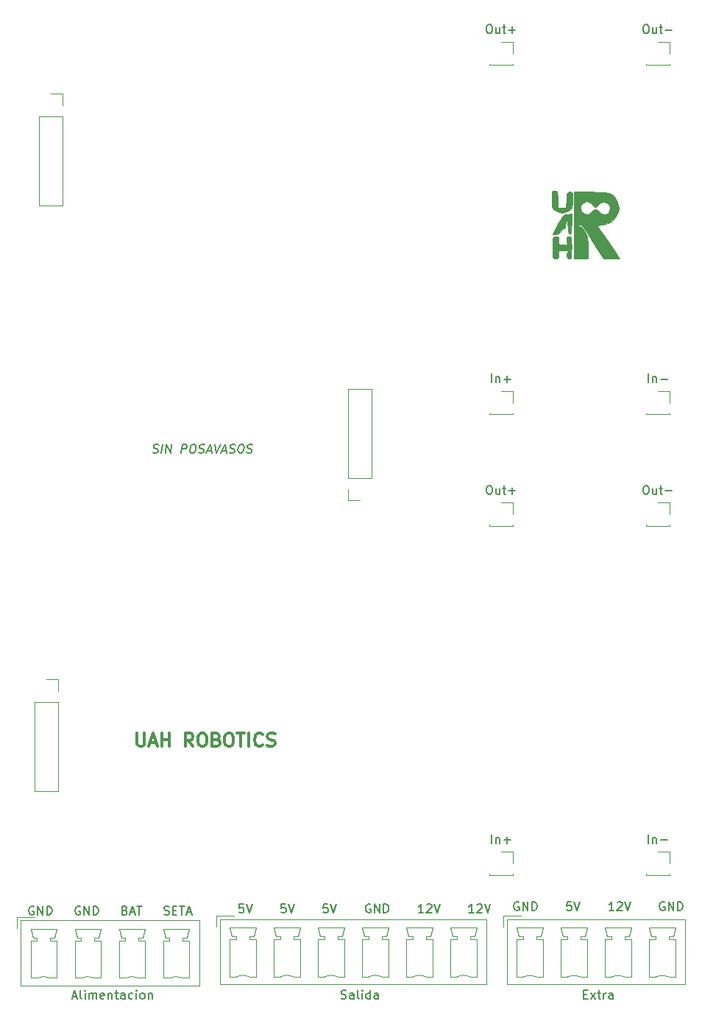
<source format=gbr>
%TF.GenerationSoftware,KiCad,Pcbnew,(5.1.7)-1*%
%TF.CreationDate,2021-01-07T21:57:37+01:00*%
%TF.ProjectId,potencia,706f7465-6e63-4696-912e-6b696361645f,rev?*%
%TF.SameCoordinates,Original*%
%TF.FileFunction,Legend,Top*%
%TF.FilePolarity,Positive*%
%FSLAX46Y46*%
G04 Gerber Fmt 4.6, Leading zero omitted, Abs format (unit mm)*
G04 Created by KiCad (PCBNEW (5.1.7)-1) date 2021-01-07 21:57:37*
%MOMM*%
%LPD*%
G01*
G04 APERTURE LIST*
%ADD10C,0.150000*%
%ADD11C,0.300000*%
%ADD12C,0.120000*%
%ADD13C,0.010000*%
G04 APERTURE END LIST*
D10*
X130613491Y-96670761D02*
X130750395Y-96718380D01*
X130988491Y-96718380D01*
X131089681Y-96670761D01*
X131143252Y-96623142D01*
X131202776Y-96527904D01*
X131214681Y-96432666D01*
X131178967Y-96337428D01*
X131137300Y-96289809D01*
X131048014Y-96242190D01*
X130863491Y-96194571D01*
X130774205Y-96146952D01*
X130732538Y-96099333D01*
X130696824Y-96004095D01*
X130708729Y-95908857D01*
X130768252Y-95813619D01*
X130821824Y-95766000D01*
X130923014Y-95718380D01*
X131161110Y-95718380D01*
X131298014Y-95766000D01*
X131607538Y-96718380D02*
X131732538Y-95718380D01*
X132083729Y-96718380D02*
X132208729Y-95718380D01*
X132655157Y-96718380D01*
X132780157Y-95718380D01*
X133893252Y-96718380D02*
X134018252Y-95718380D01*
X134399205Y-95718380D01*
X134488491Y-95766000D01*
X134530157Y-95813619D01*
X134565872Y-95908857D01*
X134548014Y-96051714D01*
X134488491Y-96146952D01*
X134434919Y-96194571D01*
X134333729Y-96242190D01*
X133952776Y-96242190D01*
X135208729Y-95718380D02*
X135399205Y-95718380D01*
X135488491Y-95766000D01*
X135571824Y-95861238D01*
X135595633Y-96051714D01*
X135553967Y-96385047D01*
X135482538Y-96575523D01*
X135375395Y-96670761D01*
X135274205Y-96718380D01*
X135083729Y-96718380D01*
X134994443Y-96670761D01*
X134911110Y-96575523D01*
X134887300Y-96385047D01*
X134928967Y-96051714D01*
X135000395Y-95861238D01*
X135107538Y-95766000D01*
X135208729Y-95718380D01*
X135899205Y-96670761D02*
X136036110Y-96718380D01*
X136274205Y-96718380D01*
X136375395Y-96670761D01*
X136428967Y-96623142D01*
X136488491Y-96527904D01*
X136500395Y-96432666D01*
X136464681Y-96337428D01*
X136423014Y-96289809D01*
X136333729Y-96242190D01*
X136149205Y-96194571D01*
X136059919Y-96146952D01*
X136018252Y-96099333D01*
X135982538Y-96004095D01*
X135994443Y-95908857D01*
X136053967Y-95813619D01*
X136107538Y-95766000D01*
X136208729Y-95718380D01*
X136446824Y-95718380D01*
X136583729Y-95766000D01*
X136881348Y-96432666D02*
X137357538Y-96432666D01*
X136750395Y-96718380D02*
X137208729Y-95718380D01*
X137417062Y-96718380D01*
X137732538Y-95718380D02*
X137940872Y-96718380D01*
X138399205Y-95718380D01*
X138595633Y-96432666D02*
X139071824Y-96432666D01*
X138464681Y-96718380D02*
X138923014Y-95718380D01*
X139131348Y-96718380D01*
X139423014Y-96670761D02*
X139559919Y-96718380D01*
X139798014Y-96718380D01*
X139899205Y-96670761D01*
X139952776Y-96623142D01*
X140012300Y-96527904D01*
X140024205Y-96432666D01*
X139988491Y-96337428D01*
X139946824Y-96289809D01*
X139857538Y-96242190D01*
X139673014Y-96194571D01*
X139583729Y-96146952D01*
X139542062Y-96099333D01*
X139506348Y-96004095D01*
X139518252Y-95908857D01*
X139577776Y-95813619D01*
X139631348Y-95766000D01*
X139732538Y-95718380D01*
X139970633Y-95718380D01*
X140107538Y-95766000D01*
X140732538Y-95718380D02*
X140923014Y-95718380D01*
X141012300Y-95766000D01*
X141095633Y-95861238D01*
X141119443Y-96051714D01*
X141077776Y-96385047D01*
X141006348Y-96575523D01*
X140899205Y-96670761D01*
X140798014Y-96718380D01*
X140607538Y-96718380D01*
X140518252Y-96670761D01*
X140434919Y-96575523D01*
X140411110Y-96385047D01*
X140452776Y-96051714D01*
X140524205Y-95861238D01*
X140631348Y-95766000D01*
X140732538Y-95718380D01*
X141423014Y-96670761D02*
X141559919Y-96718380D01*
X141798014Y-96718380D01*
X141899205Y-96670761D01*
X141952776Y-96623142D01*
X142012300Y-96527904D01*
X142024205Y-96432666D01*
X141988491Y-96337428D01*
X141946824Y-96289809D01*
X141857538Y-96242190D01*
X141673014Y-96194571D01*
X141583729Y-96146952D01*
X141542062Y-96099333D01*
X141506348Y-96004095D01*
X141518252Y-95908857D01*
X141577776Y-95813619D01*
X141631348Y-95766000D01*
X141732538Y-95718380D01*
X141970633Y-95718380D01*
X142107538Y-95766000D01*
D11*
X128809942Y-128921771D02*
X128809942Y-130136057D01*
X128881371Y-130278914D01*
X128952800Y-130350342D01*
X129095657Y-130421771D01*
X129381371Y-130421771D01*
X129524228Y-130350342D01*
X129595657Y-130278914D01*
X129667085Y-130136057D01*
X129667085Y-128921771D01*
X130309942Y-129993200D02*
X131024228Y-129993200D01*
X130167085Y-130421771D02*
X130667085Y-128921771D01*
X131167085Y-130421771D01*
X131667085Y-130421771D02*
X131667085Y-128921771D01*
X131667085Y-129636057D02*
X132524228Y-129636057D01*
X132524228Y-130421771D02*
X132524228Y-128921771D01*
X135238514Y-130421771D02*
X134738514Y-129707485D01*
X134381371Y-130421771D02*
X134381371Y-128921771D01*
X134952800Y-128921771D01*
X135095657Y-128993200D01*
X135167085Y-129064628D01*
X135238514Y-129207485D01*
X135238514Y-129421771D01*
X135167085Y-129564628D01*
X135095657Y-129636057D01*
X134952800Y-129707485D01*
X134381371Y-129707485D01*
X136167085Y-128921771D02*
X136452800Y-128921771D01*
X136595657Y-128993200D01*
X136738514Y-129136057D01*
X136809942Y-129421771D01*
X136809942Y-129921771D01*
X136738514Y-130207485D01*
X136595657Y-130350342D01*
X136452800Y-130421771D01*
X136167085Y-130421771D01*
X136024228Y-130350342D01*
X135881371Y-130207485D01*
X135809942Y-129921771D01*
X135809942Y-129421771D01*
X135881371Y-129136057D01*
X136024228Y-128993200D01*
X136167085Y-128921771D01*
X137952800Y-129636057D02*
X138167085Y-129707485D01*
X138238514Y-129778914D01*
X138309942Y-129921771D01*
X138309942Y-130136057D01*
X138238514Y-130278914D01*
X138167085Y-130350342D01*
X138024228Y-130421771D01*
X137452800Y-130421771D01*
X137452800Y-128921771D01*
X137952800Y-128921771D01*
X138095657Y-128993200D01*
X138167085Y-129064628D01*
X138238514Y-129207485D01*
X138238514Y-129350342D01*
X138167085Y-129493200D01*
X138095657Y-129564628D01*
X137952800Y-129636057D01*
X137452800Y-129636057D01*
X139238514Y-128921771D02*
X139524228Y-128921771D01*
X139667085Y-128993200D01*
X139809942Y-129136057D01*
X139881371Y-129421771D01*
X139881371Y-129921771D01*
X139809942Y-130207485D01*
X139667085Y-130350342D01*
X139524228Y-130421771D01*
X139238514Y-130421771D01*
X139095657Y-130350342D01*
X138952800Y-130207485D01*
X138881371Y-129921771D01*
X138881371Y-129421771D01*
X138952800Y-129136057D01*
X139095657Y-128993200D01*
X139238514Y-128921771D01*
X140309942Y-128921771D02*
X141167085Y-128921771D01*
X140738514Y-130421771D02*
X140738514Y-128921771D01*
X141667085Y-130421771D02*
X141667085Y-128921771D01*
X143238514Y-130278914D02*
X143167085Y-130350342D01*
X142952800Y-130421771D01*
X142809942Y-130421771D01*
X142595657Y-130350342D01*
X142452800Y-130207485D01*
X142381371Y-130064628D01*
X142309942Y-129778914D01*
X142309942Y-129564628D01*
X142381371Y-129278914D01*
X142452800Y-129136057D01*
X142595657Y-128993200D01*
X142809942Y-128921771D01*
X142952800Y-128921771D01*
X143167085Y-128993200D01*
X143238514Y-129064628D01*
X143809942Y-130350342D02*
X144024228Y-130421771D01*
X144381371Y-130421771D01*
X144524228Y-130350342D01*
X144595657Y-130278914D01*
X144667085Y-130136057D01*
X144667085Y-129993200D01*
X144595657Y-129850342D01*
X144524228Y-129778914D01*
X144381371Y-129707485D01*
X144095657Y-129636057D01*
X143952800Y-129564628D01*
X143881371Y-129493200D01*
X143809942Y-129350342D01*
X143809942Y-129207485D01*
X143881371Y-129064628D01*
X143952800Y-128993200D01*
X144095657Y-128921771D01*
X144452800Y-128921771D01*
X144667085Y-128993200D01*
D10*
X180197333Y-158932571D02*
X180530666Y-158932571D01*
X180673523Y-159456380D02*
X180197333Y-159456380D01*
X180197333Y-158456380D01*
X180673523Y-158456380D01*
X181006857Y-159456380D02*
X181530666Y-158789714D01*
X181006857Y-158789714D02*
X181530666Y-159456380D01*
X181768761Y-158789714D02*
X182149714Y-158789714D01*
X181911619Y-158456380D02*
X181911619Y-159313523D01*
X181959238Y-159408761D01*
X182054476Y-159456380D01*
X182149714Y-159456380D01*
X182483047Y-159456380D02*
X182483047Y-158789714D01*
X182483047Y-158980190D02*
X182530666Y-158884952D01*
X182578285Y-158837333D01*
X182673523Y-158789714D01*
X182768761Y-158789714D01*
X183530666Y-159456380D02*
X183530666Y-158932571D01*
X183483047Y-158837333D01*
X183387809Y-158789714D01*
X183197333Y-158789714D01*
X183102095Y-158837333D01*
X183530666Y-159408761D02*
X183435428Y-159456380D01*
X183197333Y-159456380D01*
X183102095Y-159408761D01*
X183054476Y-159313523D01*
X183054476Y-159218285D01*
X183102095Y-159123047D01*
X183197333Y-159075428D01*
X183435428Y-159075428D01*
X183530666Y-159027809D01*
X152289142Y-159408761D02*
X152432000Y-159456380D01*
X152670095Y-159456380D01*
X152765333Y-159408761D01*
X152812952Y-159361142D01*
X152860571Y-159265904D01*
X152860571Y-159170666D01*
X152812952Y-159075428D01*
X152765333Y-159027809D01*
X152670095Y-158980190D01*
X152479619Y-158932571D01*
X152384380Y-158884952D01*
X152336761Y-158837333D01*
X152289142Y-158742095D01*
X152289142Y-158646857D01*
X152336761Y-158551619D01*
X152384380Y-158504000D01*
X152479619Y-158456380D01*
X152717714Y-158456380D01*
X152860571Y-158504000D01*
X153717714Y-159456380D02*
X153717714Y-158932571D01*
X153670095Y-158837333D01*
X153574857Y-158789714D01*
X153384380Y-158789714D01*
X153289142Y-158837333D01*
X153717714Y-159408761D02*
X153622476Y-159456380D01*
X153384380Y-159456380D01*
X153289142Y-159408761D01*
X153241523Y-159313523D01*
X153241523Y-159218285D01*
X153289142Y-159123047D01*
X153384380Y-159075428D01*
X153622476Y-159075428D01*
X153717714Y-159027809D01*
X154336761Y-159456380D02*
X154241523Y-159408761D01*
X154193904Y-159313523D01*
X154193904Y-158456380D01*
X154717714Y-159456380D02*
X154717714Y-158789714D01*
X154717714Y-158456380D02*
X154670095Y-158504000D01*
X154717714Y-158551619D01*
X154765333Y-158504000D01*
X154717714Y-158456380D01*
X154717714Y-158551619D01*
X155622476Y-159456380D02*
X155622476Y-158456380D01*
X155622476Y-159408761D02*
X155527238Y-159456380D01*
X155336761Y-159456380D01*
X155241523Y-159408761D01*
X155193904Y-159361142D01*
X155146285Y-159265904D01*
X155146285Y-158980190D01*
X155193904Y-158884952D01*
X155241523Y-158837333D01*
X155336761Y-158789714D01*
X155527238Y-158789714D01*
X155622476Y-158837333D01*
X156527238Y-159456380D02*
X156527238Y-158932571D01*
X156479619Y-158837333D01*
X156384380Y-158789714D01*
X156193904Y-158789714D01*
X156098666Y-158837333D01*
X156527238Y-159408761D02*
X156432000Y-159456380D01*
X156193904Y-159456380D01*
X156098666Y-159408761D01*
X156051047Y-159313523D01*
X156051047Y-159218285D01*
X156098666Y-159123047D01*
X156193904Y-159075428D01*
X156432000Y-159075428D01*
X156527238Y-159027809D01*
X121388761Y-159170666D02*
X121864952Y-159170666D01*
X121293523Y-159456380D02*
X121626857Y-158456380D01*
X121960190Y-159456380D01*
X122436380Y-159456380D02*
X122341142Y-159408761D01*
X122293523Y-159313523D01*
X122293523Y-158456380D01*
X122817333Y-159456380D02*
X122817333Y-158789714D01*
X122817333Y-158456380D02*
X122769714Y-158504000D01*
X122817333Y-158551619D01*
X122864952Y-158504000D01*
X122817333Y-158456380D01*
X122817333Y-158551619D01*
X123293523Y-159456380D02*
X123293523Y-158789714D01*
X123293523Y-158884952D02*
X123341142Y-158837333D01*
X123436380Y-158789714D01*
X123579238Y-158789714D01*
X123674476Y-158837333D01*
X123722095Y-158932571D01*
X123722095Y-159456380D01*
X123722095Y-158932571D02*
X123769714Y-158837333D01*
X123864952Y-158789714D01*
X124007809Y-158789714D01*
X124103047Y-158837333D01*
X124150666Y-158932571D01*
X124150666Y-159456380D01*
X125007809Y-159408761D02*
X124912571Y-159456380D01*
X124722095Y-159456380D01*
X124626857Y-159408761D01*
X124579238Y-159313523D01*
X124579238Y-158932571D01*
X124626857Y-158837333D01*
X124722095Y-158789714D01*
X124912571Y-158789714D01*
X125007809Y-158837333D01*
X125055428Y-158932571D01*
X125055428Y-159027809D01*
X124579238Y-159123047D01*
X125484000Y-158789714D02*
X125484000Y-159456380D01*
X125484000Y-158884952D02*
X125531619Y-158837333D01*
X125626857Y-158789714D01*
X125769714Y-158789714D01*
X125864952Y-158837333D01*
X125912571Y-158932571D01*
X125912571Y-159456380D01*
X126245904Y-158789714D02*
X126626857Y-158789714D01*
X126388761Y-158456380D02*
X126388761Y-159313523D01*
X126436380Y-159408761D01*
X126531619Y-159456380D01*
X126626857Y-159456380D01*
X127388761Y-159456380D02*
X127388761Y-158932571D01*
X127341142Y-158837333D01*
X127245904Y-158789714D01*
X127055428Y-158789714D01*
X126960190Y-158837333D01*
X127388761Y-159408761D02*
X127293523Y-159456380D01*
X127055428Y-159456380D01*
X126960190Y-159408761D01*
X126912571Y-159313523D01*
X126912571Y-159218285D01*
X126960190Y-159123047D01*
X127055428Y-159075428D01*
X127293523Y-159075428D01*
X127388761Y-159027809D01*
X128293523Y-159408761D02*
X128198285Y-159456380D01*
X128007809Y-159456380D01*
X127912571Y-159408761D01*
X127864952Y-159361142D01*
X127817333Y-159265904D01*
X127817333Y-158980190D01*
X127864952Y-158884952D01*
X127912571Y-158837333D01*
X128007809Y-158789714D01*
X128198285Y-158789714D01*
X128293523Y-158837333D01*
X128722095Y-159456380D02*
X128722095Y-158789714D01*
X128722095Y-158456380D02*
X128674476Y-158504000D01*
X128722095Y-158551619D01*
X128769714Y-158504000D01*
X128722095Y-158456380D01*
X128722095Y-158551619D01*
X129341142Y-159456380D02*
X129245904Y-159408761D01*
X129198285Y-159361142D01*
X129150666Y-159265904D01*
X129150666Y-158980190D01*
X129198285Y-158884952D01*
X129245904Y-158837333D01*
X129341142Y-158789714D01*
X129484000Y-158789714D01*
X129579238Y-158837333D01*
X129626857Y-158884952D01*
X129674476Y-158980190D01*
X129674476Y-159265904D01*
X129626857Y-159361142D01*
X129579238Y-159408761D01*
X129484000Y-159456380D01*
X129341142Y-159456380D01*
X130103047Y-158789714D02*
X130103047Y-159456380D01*
X130103047Y-158884952D02*
X130150666Y-158837333D01*
X130245904Y-158789714D01*
X130388761Y-158789714D01*
X130484000Y-158837333D01*
X130531619Y-158932571D01*
X130531619Y-159456380D01*
D12*
%TO.C,GND    5V    12V    GND*%
X170950000Y-149899500D02*
X172950000Y-149899500D01*
X170950000Y-151149500D02*
X170950000Y-149899500D01*
X190730000Y-156899500D02*
X189980000Y-156899500D01*
X190730000Y-152599500D02*
X190730000Y-156899500D01*
X189980000Y-152599500D02*
X190730000Y-152599500D01*
X189980000Y-152249500D02*
X189980000Y-152599500D01*
X190480000Y-152249500D02*
X189980000Y-152249500D01*
X190730000Y-151249500D02*
X190480000Y-152249500D01*
X187730000Y-151249500D02*
X190730000Y-151249500D01*
X187980000Y-152249500D02*
X187730000Y-151249500D01*
X188480000Y-152249500D02*
X187980000Y-152249500D01*
X188480000Y-152599500D02*
X188480000Y-152249500D01*
X187730000Y-152599500D02*
X188480000Y-152599500D01*
X187730000Y-156899500D02*
X187730000Y-152599500D01*
X188480000Y-156899500D02*
X187730000Y-156899500D01*
X185650000Y-156899500D02*
X184900000Y-156899500D01*
X185650000Y-152599500D02*
X185650000Y-156899500D01*
X184900000Y-152599500D02*
X185650000Y-152599500D01*
X184900000Y-152249500D02*
X184900000Y-152599500D01*
X185400000Y-152249500D02*
X184900000Y-152249500D01*
X185650000Y-151249500D02*
X185400000Y-152249500D01*
X182650000Y-151249500D02*
X185650000Y-151249500D01*
X182900000Y-152249500D02*
X182650000Y-151249500D01*
X183400000Y-152249500D02*
X182900000Y-152249500D01*
X183400000Y-152599500D02*
X183400000Y-152249500D01*
X182650000Y-152599500D02*
X183400000Y-152599500D01*
X182650000Y-156899500D02*
X182650000Y-152599500D01*
X183400000Y-156899500D02*
X182650000Y-156899500D01*
X180570000Y-156899500D02*
X179820000Y-156899500D01*
X180570000Y-152599500D02*
X180570000Y-156899500D01*
X179820000Y-152599500D02*
X180570000Y-152599500D01*
X179820000Y-152249500D02*
X179820000Y-152599500D01*
X180320000Y-152249500D02*
X179820000Y-152249500D01*
X180570000Y-151249500D02*
X180320000Y-152249500D01*
X177570000Y-151249500D02*
X180570000Y-151249500D01*
X177820000Y-152249500D02*
X177570000Y-151249500D01*
X178320000Y-152249500D02*
X177820000Y-152249500D01*
X178320000Y-152599500D02*
X178320000Y-152249500D01*
X177570000Y-152599500D02*
X178320000Y-152599500D01*
X177570000Y-156899500D02*
X177570000Y-152599500D01*
X178320000Y-156899500D02*
X177570000Y-156899500D01*
X175490000Y-156899500D02*
X174740000Y-156899500D01*
X175490000Y-152599500D02*
X175490000Y-156899500D01*
X174740000Y-152599500D02*
X175490000Y-152599500D01*
X174740000Y-152249500D02*
X174740000Y-152599500D01*
X175240000Y-152249500D02*
X174740000Y-152249500D01*
X175490000Y-151249500D02*
X175240000Y-152249500D01*
X172490000Y-151249500D02*
X175490000Y-151249500D01*
X172740000Y-152249500D02*
X172490000Y-151249500D01*
X173240000Y-152249500D02*
X172740000Y-152249500D01*
X173240000Y-152599500D02*
X173240000Y-152249500D01*
X172490000Y-152599500D02*
X173240000Y-152599500D01*
X172490000Y-156899500D02*
X172490000Y-152599500D01*
X173240000Y-156899500D02*
X172490000Y-156899500D01*
X191880000Y-150289500D02*
X171340000Y-150289500D01*
X191880000Y-157759500D02*
X191880000Y-150289500D01*
X171340000Y-157759500D02*
X191880000Y-157759500D01*
X171340000Y-150289500D02*
X171340000Y-157759500D01*
X189979647Y-156899345D02*
G75*
G03*
X188480000Y-156899500I-749647J-1700155D01*
G01*
X184899647Y-156899345D02*
G75*
G03*
X183400000Y-156899500I-749647J-1700155D01*
G01*
X179819647Y-156899345D02*
G75*
G03*
X178320000Y-156899500I-749647J-1700155D01*
G01*
X174739647Y-156899345D02*
G75*
G03*
X173240000Y-156899500I-749647J-1700155D01*
G01*
%TO.C,GND   GND   BAT   SETA*%
X115019200Y-150039200D02*
X117019200Y-150039200D01*
X115019200Y-151289200D02*
X115019200Y-150039200D01*
X134799200Y-157039200D02*
X134049200Y-157039200D01*
X134799200Y-152739200D02*
X134799200Y-157039200D01*
X134049200Y-152739200D02*
X134799200Y-152739200D01*
X134049200Y-152389200D02*
X134049200Y-152739200D01*
X134549200Y-152389200D02*
X134049200Y-152389200D01*
X134799200Y-151389200D02*
X134549200Y-152389200D01*
X131799200Y-151389200D02*
X134799200Y-151389200D01*
X132049200Y-152389200D02*
X131799200Y-151389200D01*
X132549200Y-152389200D02*
X132049200Y-152389200D01*
X132549200Y-152739200D02*
X132549200Y-152389200D01*
X131799200Y-152739200D02*
X132549200Y-152739200D01*
X131799200Y-157039200D02*
X131799200Y-152739200D01*
X132549200Y-157039200D02*
X131799200Y-157039200D01*
X129719200Y-157039200D02*
X128969200Y-157039200D01*
X129719200Y-152739200D02*
X129719200Y-157039200D01*
X128969200Y-152739200D02*
X129719200Y-152739200D01*
X128969200Y-152389200D02*
X128969200Y-152739200D01*
X129469200Y-152389200D02*
X128969200Y-152389200D01*
X129719200Y-151389200D02*
X129469200Y-152389200D01*
X126719200Y-151389200D02*
X129719200Y-151389200D01*
X126969200Y-152389200D02*
X126719200Y-151389200D01*
X127469200Y-152389200D02*
X126969200Y-152389200D01*
X127469200Y-152739200D02*
X127469200Y-152389200D01*
X126719200Y-152739200D02*
X127469200Y-152739200D01*
X126719200Y-157039200D02*
X126719200Y-152739200D01*
X127469200Y-157039200D02*
X126719200Y-157039200D01*
X124639200Y-157039200D02*
X123889200Y-157039200D01*
X124639200Y-152739200D02*
X124639200Y-157039200D01*
X123889200Y-152739200D02*
X124639200Y-152739200D01*
X123889200Y-152389200D02*
X123889200Y-152739200D01*
X124389200Y-152389200D02*
X123889200Y-152389200D01*
X124639200Y-151389200D02*
X124389200Y-152389200D01*
X121639200Y-151389200D02*
X124639200Y-151389200D01*
X121889200Y-152389200D02*
X121639200Y-151389200D01*
X122389200Y-152389200D02*
X121889200Y-152389200D01*
X122389200Y-152739200D02*
X122389200Y-152389200D01*
X121639200Y-152739200D02*
X122389200Y-152739200D01*
X121639200Y-157039200D02*
X121639200Y-152739200D01*
X122389200Y-157039200D02*
X121639200Y-157039200D01*
X119559200Y-157039200D02*
X118809200Y-157039200D01*
X119559200Y-152739200D02*
X119559200Y-157039200D01*
X118809200Y-152739200D02*
X119559200Y-152739200D01*
X118809200Y-152389200D02*
X118809200Y-152739200D01*
X119309200Y-152389200D02*
X118809200Y-152389200D01*
X119559200Y-151389200D02*
X119309200Y-152389200D01*
X116559200Y-151389200D02*
X119559200Y-151389200D01*
X116809200Y-152389200D02*
X116559200Y-151389200D01*
X117309200Y-152389200D02*
X116809200Y-152389200D01*
X117309200Y-152739200D02*
X117309200Y-152389200D01*
X116559200Y-152739200D02*
X117309200Y-152739200D01*
X116559200Y-157039200D02*
X116559200Y-152739200D01*
X117309200Y-157039200D02*
X116559200Y-157039200D01*
X135949200Y-150429200D02*
X115409200Y-150429200D01*
X135949200Y-157899200D02*
X135949200Y-150429200D01*
X115409200Y-157899200D02*
X135949200Y-157899200D01*
X115409200Y-150429200D02*
X115409200Y-157899200D01*
X134048847Y-157039045D02*
G75*
G03*
X132549200Y-157039200I-749647J-1700155D01*
G01*
X128968847Y-157039045D02*
G75*
G03*
X127469200Y-157039200I-749647J-1700155D01*
G01*
X123888847Y-157039045D02*
G75*
G03*
X122389200Y-157039200I-749647J-1700155D01*
G01*
X118808847Y-157039045D02*
G75*
G03*
X117309200Y-157039200I-749647J-1700155D01*
G01*
%TO.C,5V    5V    5V    GND    12V    12V*%
X137930000Y-149886800D02*
X139930000Y-149886800D01*
X137930000Y-151136800D02*
X137930000Y-149886800D01*
X167870000Y-156886800D02*
X167120000Y-156886800D01*
X167870000Y-152586800D02*
X167870000Y-156886800D01*
X167120000Y-152586800D02*
X167870000Y-152586800D01*
X167120000Y-152236800D02*
X167120000Y-152586800D01*
X167620000Y-152236800D02*
X167120000Y-152236800D01*
X167870000Y-151236800D02*
X167620000Y-152236800D01*
X164870000Y-151236800D02*
X167870000Y-151236800D01*
X165120000Y-152236800D02*
X164870000Y-151236800D01*
X165620000Y-152236800D02*
X165120000Y-152236800D01*
X165620000Y-152586800D02*
X165620000Y-152236800D01*
X164870000Y-152586800D02*
X165620000Y-152586800D01*
X164870000Y-156886800D02*
X164870000Y-152586800D01*
X165620000Y-156886800D02*
X164870000Y-156886800D01*
X162790000Y-156886800D02*
X162040000Y-156886800D01*
X162790000Y-152586800D02*
X162790000Y-156886800D01*
X162040000Y-152586800D02*
X162790000Y-152586800D01*
X162040000Y-152236800D02*
X162040000Y-152586800D01*
X162540000Y-152236800D02*
X162040000Y-152236800D01*
X162790000Y-151236800D02*
X162540000Y-152236800D01*
X159790000Y-151236800D02*
X162790000Y-151236800D01*
X160040000Y-152236800D02*
X159790000Y-151236800D01*
X160540000Y-152236800D02*
X160040000Y-152236800D01*
X160540000Y-152586800D02*
X160540000Y-152236800D01*
X159790000Y-152586800D02*
X160540000Y-152586800D01*
X159790000Y-156886800D02*
X159790000Y-152586800D01*
X160540000Y-156886800D02*
X159790000Y-156886800D01*
X157710000Y-156886800D02*
X156960000Y-156886800D01*
X157710000Y-152586800D02*
X157710000Y-156886800D01*
X156960000Y-152586800D02*
X157710000Y-152586800D01*
X156960000Y-152236800D02*
X156960000Y-152586800D01*
X157460000Y-152236800D02*
X156960000Y-152236800D01*
X157710000Y-151236800D02*
X157460000Y-152236800D01*
X154710000Y-151236800D02*
X157710000Y-151236800D01*
X154960000Y-152236800D02*
X154710000Y-151236800D01*
X155460000Y-152236800D02*
X154960000Y-152236800D01*
X155460000Y-152586800D02*
X155460000Y-152236800D01*
X154710000Y-152586800D02*
X155460000Y-152586800D01*
X154710000Y-156886800D02*
X154710000Y-152586800D01*
X155460000Y-156886800D02*
X154710000Y-156886800D01*
X152630000Y-156886800D02*
X151880000Y-156886800D01*
X152630000Y-152586800D02*
X152630000Y-156886800D01*
X151880000Y-152586800D02*
X152630000Y-152586800D01*
X151880000Y-152236800D02*
X151880000Y-152586800D01*
X152380000Y-152236800D02*
X151880000Y-152236800D01*
X152630000Y-151236800D02*
X152380000Y-152236800D01*
X149630000Y-151236800D02*
X152630000Y-151236800D01*
X149880000Y-152236800D02*
X149630000Y-151236800D01*
X150380000Y-152236800D02*
X149880000Y-152236800D01*
X150380000Y-152586800D02*
X150380000Y-152236800D01*
X149630000Y-152586800D02*
X150380000Y-152586800D01*
X149630000Y-156886800D02*
X149630000Y-152586800D01*
X150380000Y-156886800D02*
X149630000Y-156886800D01*
X147550000Y-156886800D02*
X146800000Y-156886800D01*
X147550000Y-152586800D02*
X147550000Y-156886800D01*
X146800000Y-152586800D02*
X147550000Y-152586800D01*
X146800000Y-152236800D02*
X146800000Y-152586800D01*
X147300000Y-152236800D02*
X146800000Y-152236800D01*
X147550000Y-151236800D02*
X147300000Y-152236800D01*
X144550000Y-151236800D02*
X147550000Y-151236800D01*
X144800000Y-152236800D02*
X144550000Y-151236800D01*
X145300000Y-152236800D02*
X144800000Y-152236800D01*
X145300000Y-152586800D02*
X145300000Y-152236800D01*
X144550000Y-152586800D02*
X145300000Y-152586800D01*
X144550000Y-156886800D02*
X144550000Y-152586800D01*
X145300000Y-156886800D02*
X144550000Y-156886800D01*
X142470000Y-156886800D02*
X141720000Y-156886800D01*
X142470000Y-152586800D02*
X142470000Y-156886800D01*
X141720000Y-152586800D02*
X142470000Y-152586800D01*
X141720000Y-152236800D02*
X141720000Y-152586800D01*
X142220000Y-152236800D02*
X141720000Y-152236800D01*
X142470000Y-151236800D02*
X142220000Y-152236800D01*
X139470000Y-151236800D02*
X142470000Y-151236800D01*
X139720000Y-152236800D02*
X139470000Y-151236800D01*
X140220000Y-152236800D02*
X139720000Y-152236800D01*
X140220000Y-152586800D02*
X140220000Y-152236800D01*
X139470000Y-152586800D02*
X140220000Y-152586800D01*
X139470000Y-156886800D02*
X139470000Y-152586800D01*
X140220000Y-156886800D02*
X139470000Y-156886800D01*
X169020000Y-150276800D02*
X138320000Y-150276800D01*
X169020000Y-157746800D02*
X169020000Y-150276800D01*
X138320000Y-157746800D02*
X169020000Y-157746800D01*
X138320000Y-150276800D02*
X138320000Y-157746800D01*
X167119647Y-156886645D02*
G75*
G03*
X165620000Y-156886800I-749647J-1700155D01*
G01*
X162039647Y-156886645D02*
G75*
G03*
X160540000Y-156886800I-749647J-1700155D01*
G01*
X156959647Y-156886645D02*
G75*
G03*
X155460000Y-156886800I-749647J-1700155D01*
G01*
X151879647Y-156886645D02*
G75*
G03*
X150380000Y-156886800I-749647J-1700155D01*
G01*
X146799647Y-156886645D02*
G75*
G03*
X145300000Y-156886800I-749647J-1700155D01*
G01*
X141719647Y-156886645D02*
G75*
G03*
X140220000Y-156886800I-749647J-1700155D01*
G01*
D13*
%TO.C,G\u002A\u002A\u002A*%
G36*
X176994394Y-66577826D02*
G01*
X177096494Y-66662858D01*
X177151624Y-66874779D01*
X177181570Y-67271027D01*
X177193113Y-67536584D01*
X177232599Y-68510923D01*
X178173340Y-68510923D01*
X178213078Y-67603780D01*
X178240404Y-67122747D01*
X178285482Y-66850971D01*
X178372532Y-66729002D01*
X178525774Y-66697392D01*
X178582655Y-66696637D01*
X178764755Y-66714259D01*
X178863506Y-66808944D01*
X178904289Y-67043417D01*
X178912483Y-67480406D01*
X178912493Y-67511821D01*
X178883497Y-68125926D01*
X178778094Y-68534047D01*
X178568658Y-68794517D01*
X178227565Y-68965672D01*
X178223318Y-68967157D01*
X177759270Y-69093045D01*
X177397890Y-69073090D01*
X177008767Y-68895311D01*
X176930218Y-68848375D01*
X176707922Y-68701321D01*
X176577712Y-68549428D01*
X176514966Y-68320759D01*
X176495067Y-67943375D01*
X176493446Y-67572157D01*
X176497770Y-67058792D01*
X176523061Y-66757660D01*
X176587801Y-66612222D01*
X176710467Y-66565941D01*
X176823537Y-66562246D01*
X176994394Y-66577826D01*
G37*
X176994394Y-66577826D02*
X177096494Y-66662858D01*
X177151624Y-66874779D01*
X177181570Y-67271027D01*
X177193113Y-67536584D01*
X177232599Y-68510923D01*
X178173340Y-68510923D01*
X178213078Y-67603780D01*
X178240404Y-67122747D01*
X178285482Y-66850971D01*
X178372532Y-66729002D01*
X178525774Y-66697392D01*
X178582655Y-66696637D01*
X178764755Y-66714259D01*
X178863506Y-66808944D01*
X178904289Y-67043417D01*
X178912483Y-67480406D01*
X178912493Y-67511821D01*
X178883497Y-68125926D01*
X178778094Y-68534047D01*
X178568658Y-68794517D01*
X178227565Y-68965672D01*
X178223318Y-68967157D01*
X177759270Y-69093045D01*
X177397890Y-69073090D01*
X177008767Y-68895311D01*
X176930218Y-68848375D01*
X176707922Y-68701321D01*
X176577712Y-68549428D01*
X176514966Y-68320759D01*
X176495067Y-67943375D01*
X176493446Y-67572157D01*
X176497770Y-67058792D01*
X176523061Y-66757660D01*
X176587801Y-66612222D01*
X176710467Y-66565941D01*
X176823537Y-66562246D01*
X176994394Y-66577826D01*
G36*
X178778102Y-70384292D02*
G01*
X178769592Y-70957711D01*
X178738608Y-71309445D01*
X178676961Y-71486213D01*
X178576514Y-71534732D01*
X178454945Y-71468373D01*
X178392356Y-71235521D01*
X178374927Y-70795579D01*
X178352834Y-70390793D01*
X178295843Y-70122315D01*
X178240535Y-70056425D01*
X178113367Y-70155113D01*
X178086775Y-70469630D01*
X178099116Y-70627589D01*
X178022830Y-70827382D01*
X177910123Y-70862775D01*
X177702250Y-70973296D01*
X177544125Y-71198753D01*
X177327652Y-71464983D01*
X177001540Y-71534732D01*
X176612037Y-71534732D01*
X177217973Y-70426002D01*
X177509361Y-69905043D01*
X177721467Y-69576120D01*
X177898336Y-69392450D01*
X178084009Y-69307247D01*
X178301005Y-69275561D01*
X178778102Y-69233851D01*
X178778102Y-70384292D01*
G37*
X178778102Y-70384292D02*
X178769592Y-70957711D01*
X178738608Y-71309445D01*
X178676961Y-71486213D01*
X178576514Y-71534732D01*
X178454945Y-71468373D01*
X178392356Y-71235521D01*
X178374927Y-70795579D01*
X178352834Y-70390793D01*
X178295843Y-70122315D01*
X178240535Y-70056425D01*
X178113367Y-70155113D01*
X178086775Y-70469630D01*
X178099116Y-70627589D01*
X178022830Y-70827382D01*
X177910123Y-70862775D01*
X177702250Y-70973296D01*
X177544125Y-71198753D01*
X177327652Y-71464983D01*
X177001540Y-71534732D01*
X176612037Y-71534732D01*
X177217973Y-70426002D01*
X177509361Y-69905043D01*
X177721467Y-69576120D01*
X177898336Y-69392450D01*
X178084009Y-69307247D01*
X178301005Y-69275561D01*
X178778102Y-69233851D01*
X178778102Y-70384292D01*
G36*
X180961964Y-66697139D02*
G01*
X181877429Y-66709941D01*
X182567701Y-66758440D01*
X183075645Y-66858595D01*
X183444127Y-67026367D01*
X183716011Y-67277716D01*
X183934163Y-67628601D01*
X184034113Y-67840992D01*
X184194216Y-68270533D01*
X184224863Y-68611299D01*
X184157182Y-68946137D01*
X183845250Y-69637895D01*
X183359194Y-70126022D01*
X182705693Y-70404795D01*
X182394039Y-70456920D01*
X181731744Y-70526796D01*
X183011344Y-72441875D01*
X184290943Y-74356954D01*
X182473869Y-74339440D01*
X181214128Y-72399520D01*
X180754371Y-71695118D01*
X180411618Y-71185644D01*
X180158043Y-70839596D01*
X179965822Y-70625473D01*
X179807132Y-70511776D01*
X179654149Y-70467002D01*
X179500636Y-70459600D01*
X179046885Y-70459600D01*
X179046885Y-68650533D01*
X179807318Y-68650533D01*
X179961133Y-68968547D01*
X180237580Y-69188514D01*
X180570828Y-69273129D01*
X180895048Y-69185085D01*
X181093946Y-68981293D01*
X181333998Y-68767928D01*
X181533128Y-68712510D01*
X181814585Y-68818313D01*
X181972310Y-68981293D01*
X182237543Y-69185397D01*
X182609427Y-69249349D01*
X182957829Y-69160189D01*
X183051752Y-69088806D01*
X183172726Y-68840758D01*
X183213022Y-68554338D01*
X183106367Y-68176824D01*
X182839310Y-67928313D01*
X182491212Y-67830592D01*
X182141434Y-67905449D01*
X181869338Y-68174672D01*
X181864236Y-68184046D01*
X181673485Y-68393342D01*
X181533128Y-68443727D01*
X181321320Y-68337304D01*
X181202020Y-68184046D01*
X180918935Y-67893770D01*
X180546333Y-67798130D01*
X180173802Y-67891347D01*
X179890929Y-68167641D01*
X179841965Y-68271779D01*
X179807318Y-68650533D01*
X179046885Y-68650533D01*
X179046885Y-66696637D01*
X180961964Y-66697139D01*
G37*
X180961964Y-66697139D02*
X181877429Y-66709941D01*
X182567701Y-66758440D01*
X183075645Y-66858595D01*
X183444127Y-67026367D01*
X183716011Y-67277716D01*
X183934163Y-67628601D01*
X184034113Y-67840992D01*
X184194216Y-68270533D01*
X184224863Y-68611299D01*
X184157182Y-68946137D01*
X183845250Y-69637895D01*
X183359194Y-70126022D01*
X182705693Y-70404795D01*
X182394039Y-70456920D01*
X181731744Y-70526796D01*
X183011344Y-72441875D01*
X184290943Y-74356954D01*
X182473869Y-74339440D01*
X181214128Y-72399520D01*
X180754371Y-71695118D01*
X180411618Y-71185644D01*
X180158043Y-70839596D01*
X179965822Y-70625473D01*
X179807132Y-70511776D01*
X179654149Y-70467002D01*
X179500636Y-70459600D01*
X179046885Y-70459600D01*
X179046885Y-68650533D01*
X179807318Y-68650533D01*
X179961133Y-68968547D01*
X180237580Y-69188514D01*
X180570828Y-69273129D01*
X180895048Y-69185085D01*
X181093946Y-68981293D01*
X181333998Y-68767928D01*
X181533128Y-68712510D01*
X181814585Y-68818313D01*
X181972310Y-68981293D01*
X182237543Y-69185397D01*
X182609427Y-69249349D01*
X182957829Y-69160189D01*
X183051752Y-69088806D01*
X183172726Y-68840758D01*
X183213022Y-68554338D01*
X183106367Y-68176824D01*
X182839310Y-67928313D01*
X182491212Y-67830592D01*
X182141434Y-67905449D01*
X181869338Y-68174672D01*
X181864236Y-68184046D01*
X181673485Y-68393342D01*
X181533128Y-68443727D01*
X181321320Y-68337304D01*
X181202020Y-68184046D01*
X180918935Y-67893770D01*
X180546333Y-67798130D01*
X180173802Y-67891347D01*
X179890929Y-68167641D01*
X179841965Y-68271779D01*
X179807318Y-68650533D01*
X179046885Y-68650533D01*
X179046885Y-66696637D01*
X180961964Y-66697139D01*
G36*
X179483657Y-70594232D02*
G01*
X179774963Y-70631706D01*
X180001464Y-70783753D01*
X180245850Y-71110388D01*
X180290006Y-71179488D01*
X180464463Y-71479446D01*
X180573547Y-71758799D01*
X180632341Y-72094317D01*
X180655926Y-72562768D01*
X180659583Y-73060729D01*
X180659583Y-74356954D01*
X179046885Y-74356954D01*
X179046885Y-70593992D01*
X179483657Y-70594232D01*
G37*
X179483657Y-70594232D02*
X179774963Y-70631706D01*
X180001464Y-70783753D01*
X180245850Y-71110388D01*
X180290006Y-71179488D01*
X180464463Y-71479446D01*
X180573547Y-71758799D01*
X180632341Y-72094317D01*
X180655926Y-72562768D01*
X180659583Y-73060729D01*
X180659583Y-74356954D01*
X179046885Y-74356954D01*
X179046885Y-70593992D01*
X179483657Y-70594232D01*
G36*
X178626818Y-71820029D02*
G01*
X178709493Y-71902952D01*
X178754883Y-72102357D01*
X178774061Y-72468317D01*
X178778098Y-73050903D01*
X178778102Y-73080235D01*
X178774043Y-73673626D01*
X178754869Y-74048133D01*
X178710084Y-74253613D01*
X178629190Y-74339925D01*
X178509319Y-74356954D01*
X178310416Y-74291383D01*
X178242484Y-74049843D01*
X178240535Y-73964979D01*
X178292219Y-73661942D01*
X178408525Y-73505219D01*
X178389837Y-73464726D01*
X178158230Y-73435315D01*
X177938154Y-73426824D01*
X177299795Y-73416214D01*
X177299795Y-73886584D01*
X177274693Y-74204676D01*
X177161732Y-74334897D01*
X176963816Y-74356954D01*
X176808169Y-74348088D01*
X176710005Y-74287926D01*
X176656076Y-74126120D01*
X176633131Y-73812325D01*
X176627922Y-73296193D01*
X176627890Y-73214626D01*
X178374927Y-73214626D01*
X178442123Y-73281822D01*
X178509319Y-73214626D01*
X178442123Y-73147431D01*
X178374927Y-73214626D01*
X176627890Y-73214626D01*
X176627837Y-73080235D01*
X176630170Y-72488777D01*
X176646002Y-72115754D01*
X176688583Y-71910822D01*
X176771161Y-71823632D01*
X176906985Y-71803838D01*
X176963816Y-71803515D01*
X177191025Y-71838658D01*
X177284040Y-71996803D01*
X177299795Y-72273886D01*
X177323162Y-72590500D01*
X177436363Y-72720324D01*
X177676091Y-72744256D01*
X177997950Y-72786770D01*
X178180531Y-72872400D01*
X178254515Y-72845510D01*
X178271259Y-72575130D01*
X178261072Y-72402029D01*
X178245791Y-72030943D01*
X178296687Y-71855382D01*
X178441401Y-71804866D01*
X178495786Y-71803515D01*
X178626818Y-71820029D01*
G37*
X178626818Y-71820029D02*
X178709493Y-71902952D01*
X178754883Y-72102357D01*
X178774061Y-72468317D01*
X178778098Y-73050903D01*
X178778102Y-73080235D01*
X178774043Y-73673626D01*
X178754869Y-74048133D01*
X178710084Y-74253613D01*
X178629190Y-74339925D01*
X178509319Y-74356954D01*
X178310416Y-74291383D01*
X178242484Y-74049843D01*
X178240535Y-73964979D01*
X178292219Y-73661942D01*
X178408525Y-73505219D01*
X178389837Y-73464726D01*
X178158230Y-73435315D01*
X177938154Y-73426824D01*
X177299795Y-73416214D01*
X177299795Y-73886584D01*
X177274693Y-74204676D01*
X177161732Y-74334897D01*
X176963816Y-74356954D01*
X176808169Y-74348088D01*
X176710005Y-74287926D01*
X176656076Y-74126120D01*
X176633131Y-73812325D01*
X176627922Y-73296193D01*
X176627890Y-73214626D01*
X178374927Y-73214626D01*
X178442123Y-73281822D01*
X178509319Y-73214626D01*
X178442123Y-73147431D01*
X178374927Y-73214626D01*
X176627890Y-73214626D01*
X176627837Y-73080235D01*
X176630170Y-72488777D01*
X176646002Y-72115754D01*
X176688583Y-71910822D01*
X176771161Y-71823632D01*
X176906985Y-71803838D01*
X176963816Y-71803515D01*
X177191025Y-71838658D01*
X177284040Y-71996803D01*
X177299795Y-72273886D01*
X177323162Y-72590500D01*
X177436363Y-72720324D01*
X177676091Y-72744256D01*
X177997950Y-72786770D01*
X178180531Y-72872400D01*
X178254515Y-72845510D01*
X178271259Y-72575130D01*
X178261072Y-72402029D01*
X178245791Y-72030943D01*
X178296687Y-71855382D01*
X178441401Y-71804866D01*
X178495786Y-71803515D01*
X178626818Y-71820029D01*
D12*
%TO.C,In-*%
X187392000Y-92262000D02*
X190052000Y-92262000D01*
X187392000Y-92142000D02*
X187392000Y-92262000D01*
X190052000Y-92142000D02*
X190052000Y-92262000D01*
X190052000Y-89602000D02*
X190052000Y-90932000D01*
X188722000Y-89602000D02*
X190052000Y-89602000D01*
X187392000Y-145221000D02*
X190052000Y-145221000D01*
X187392000Y-145101000D02*
X187392000Y-145221000D01*
X190052000Y-145101000D02*
X190052000Y-145221000D01*
X190052000Y-142561000D02*
X190052000Y-143891000D01*
X188722000Y-142561000D02*
X190052000Y-142561000D01*
%TO.C,Out-*%
X188722000Y-49470000D02*
X190052000Y-49470000D01*
X190052000Y-49470000D02*
X190052000Y-50800000D01*
X190052000Y-52010000D02*
X190052000Y-52130000D01*
X187392000Y-52010000D02*
X187392000Y-52130000D01*
X187392000Y-52130000D02*
X190052000Y-52130000D01*
X188722000Y-102429000D02*
X190052000Y-102429000D01*
X190052000Y-102429000D02*
X190052000Y-103759000D01*
X190052000Y-104969000D02*
X190052000Y-105089000D01*
X187392000Y-104969000D02*
X187392000Y-105089000D01*
X187392000Y-105089000D02*
X190052000Y-105089000D01*
%TO.C,In+*%
X170688000Y-89602000D02*
X172018000Y-89602000D01*
X172018000Y-89602000D02*
X172018000Y-90932000D01*
X172018000Y-92142000D02*
X172018000Y-92262000D01*
X169358000Y-92142000D02*
X169358000Y-92262000D01*
X169358000Y-92262000D02*
X172018000Y-92262000D01*
X169358000Y-145221000D02*
X172018000Y-145221000D01*
X169358000Y-145101000D02*
X169358000Y-145221000D01*
X172018000Y-145101000D02*
X172018000Y-145221000D01*
X172018000Y-142561000D02*
X172018000Y-143891000D01*
X170688000Y-142561000D02*
X172018000Y-142561000D01*
%TO.C,Out+*%
X169358000Y-105089000D02*
X172018000Y-105089000D01*
X169358000Y-104969000D02*
X169358000Y-105089000D01*
X172018000Y-104969000D02*
X172018000Y-105089000D01*
X172018000Y-102429000D02*
X172018000Y-103759000D01*
X170688000Y-102429000D02*
X172018000Y-102429000D01*
X170688000Y-49470000D02*
X172018000Y-49470000D01*
X172018000Y-49470000D02*
X172018000Y-50800000D01*
X172018000Y-52010000D02*
X172018000Y-52130000D01*
X169358000Y-52010000D02*
X169358000Y-52130000D01*
X169358000Y-52130000D02*
X172018000Y-52130000D01*
%TO.C, *%
X118872000Y-55439000D02*
X120202000Y-55439000D01*
X120202000Y-55439000D02*
X120202000Y-56769000D01*
X120202000Y-58039000D02*
X120202000Y-68259000D01*
X117542000Y-68259000D02*
X120202000Y-68259000D01*
X117542000Y-58039000D02*
X117542000Y-68259000D01*
X117542000Y-58039000D02*
X120202000Y-58039000D01*
X117034000Y-125349000D02*
X119694000Y-125349000D01*
X117034000Y-125349000D02*
X117034000Y-135569000D01*
X117034000Y-135569000D02*
X119694000Y-135569000D01*
X119694000Y-125349000D02*
X119694000Y-135569000D01*
X119694000Y-122749000D02*
X119694000Y-124079000D01*
X118364000Y-122749000D02*
X119694000Y-122749000D01*
%TO.C,  *%
X154432000Y-102168000D02*
X153102000Y-102168000D01*
X153102000Y-102168000D02*
X153102000Y-100838000D01*
X153102000Y-99568000D02*
X153102000Y-89348000D01*
X155762000Y-89348000D02*
X153102000Y-89348000D01*
X155762000Y-99568000D02*
X155762000Y-89348000D01*
X155762000Y-99568000D02*
X153102000Y-99568000D01*
%TO.C,GND    5V    12V    GND*%
D10*
X172721142Y-148344000D02*
X172625904Y-148296380D01*
X172483047Y-148296380D01*
X172340190Y-148344000D01*
X172244952Y-148439238D01*
X172197333Y-148534476D01*
X172149714Y-148724952D01*
X172149714Y-148867809D01*
X172197333Y-149058285D01*
X172244952Y-149153523D01*
X172340190Y-149248761D01*
X172483047Y-149296380D01*
X172578285Y-149296380D01*
X172721142Y-149248761D01*
X172768761Y-149201142D01*
X172768761Y-148867809D01*
X172578285Y-148867809D01*
X173197333Y-149296380D02*
X173197333Y-148296380D01*
X173768761Y-149296380D01*
X173768761Y-148296380D01*
X174244952Y-149296380D02*
X174244952Y-148296380D01*
X174483047Y-148296380D01*
X174625904Y-148344000D01*
X174721142Y-148439238D01*
X174768761Y-148534476D01*
X174816380Y-148724952D01*
X174816380Y-148867809D01*
X174768761Y-149058285D01*
X174721142Y-149153523D01*
X174625904Y-149248761D01*
X174483047Y-149296380D01*
X174244952Y-149296380D01*
X178768761Y-148296380D02*
X178292571Y-148296380D01*
X178244952Y-148772571D01*
X178292571Y-148724952D01*
X178387809Y-148677333D01*
X178625904Y-148677333D01*
X178721142Y-148724952D01*
X178768761Y-148772571D01*
X178816380Y-148867809D01*
X178816380Y-149105904D01*
X178768761Y-149201142D01*
X178721142Y-149248761D01*
X178625904Y-149296380D01*
X178387809Y-149296380D01*
X178292571Y-149248761D01*
X178244952Y-149201142D01*
X179102095Y-148296380D02*
X179435428Y-149296380D01*
X179768761Y-148296380D01*
X183673523Y-149296380D02*
X183102095Y-149296380D01*
X183387809Y-149296380D02*
X183387809Y-148296380D01*
X183292571Y-148439238D01*
X183197333Y-148534476D01*
X183102095Y-148582095D01*
X184054476Y-148391619D02*
X184102095Y-148344000D01*
X184197333Y-148296380D01*
X184435428Y-148296380D01*
X184530666Y-148344000D01*
X184578285Y-148391619D01*
X184625904Y-148486857D01*
X184625904Y-148582095D01*
X184578285Y-148724952D01*
X184006857Y-149296380D01*
X184625904Y-149296380D01*
X184911619Y-148296380D02*
X185244952Y-149296380D01*
X185578285Y-148296380D01*
X189483047Y-148344000D02*
X189387809Y-148296380D01*
X189244952Y-148296380D01*
X189102095Y-148344000D01*
X189006857Y-148439238D01*
X188959238Y-148534476D01*
X188911619Y-148724952D01*
X188911619Y-148867809D01*
X188959238Y-149058285D01*
X189006857Y-149153523D01*
X189102095Y-149248761D01*
X189244952Y-149296380D01*
X189340190Y-149296380D01*
X189483047Y-149248761D01*
X189530666Y-149201142D01*
X189530666Y-148867809D01*
X189340190Y-148867809D01*
X189959238Y-149296380D02*
X189959238Y-148296380D01*
X190530666Y-149296380D01*
X190530666Y-148296380D01*
X191006857Y-149296380D02*
X191006857Y-148296380D01*
X191244952Y-148296380D01*
X191387809Y-148344000D01*
X191483047Y-148439238D01*
X191530666Y-148534476D01*
X191578285Y-148724952D01*
X191578285Y-148867809D01*
X191530666Y-149058285D01*
X191483047Y-149153523D01*
X191387809Y-149248761D01*
X191244952Y-149296380D01*
X191006857Y-149296380D01*
%TO.C,GND   GND   BAT   SETA*%
X116917295Y-148839200D02*
X116822057Y-148791580D01*
X116679200Y-148791580D01*
X116536342Y-148839200D01*
X116441104Y-148934438D01*
X116393485Y-149029676D01*
X116345866Y-149220152D01*
X116345866Y-149363009D01*
X116393485Y-149553485D01*
X116441104Y-149648723D01*
X116536342Y-149743961D01*
X116679200Y-149791580D01*
X116774438Y-149791580D01*
X116917295Y-149743961D01*
X116964914Y-149696342D01*
X116964914Y-149363009D01*
X116774438Y-149363009D01*
X117393485Y-149791580D02*
X117393485Y-148791580D01*
X117964914Y-149791580D01*
X117964914Y-148791580D01*
X118441104Y-149791580D02*
X118441104Y-148791580D01*
X118679200Y-148791580D01*
X118822057Y-148839200D01*
X118917295Y-148934438D01*
X118964914Y-149029676D01*
X119012533Y-149220152D01*
X119012533Y-149363009D01*
X118964914Y-149553485D01*
X118917295Y-149648723D01*
X118822057Y-149743961D01*
X118679200Y-149791580D01*
X118441104Y-149791580D01*
X122250628Y-148839200D02*
X122155390Y-148791580D01*
X122012533Y-148791580D01*
X121869676Y-148839200D01*
X121774438Y-148934438D01*
X121726819Y-149029676D01*
X121679200Y-149220152D01*
X121679200Y-149363009D01*
X121726819Y-149553485D01*
X121774438Y-149648723D01*
X121869676Y-149743961D01*
X122012533Y-149791580D01*
X122107771Y-149791580D01*
X122250628Y-149743961D01*
X122298247Y-149696342D01*
X122298247Y-149363009D01*
X122107771Y-149363009D01*
X122726819Y-149791580D02*
X122726819Y-148791580D01*
X123298247Y-149791580D01*
X123298247Y-148791580D01*
X123774438Y-149791580D02*
X123774438Y-148791580D01*
X124012533Y-148791580D01*
X124155390Y-148839200D01*
X124250628Y-148934438D01*
X124298247Y-149029676D01*
X124345866Y-149220152D01*
X124345866Y-149363009D01*
X124298247Y-149553485D01*
X124250628Y-149648723D01*
X124155390Y-149743961D01*
X124012533Y-149791580D01*
X123774438Y-149791580D01*
X127393485Y-149267771D02*
X127536342Y-149315390D01*
X127583961Y-149363009D01*
X127631580Y-149458247D01*
X127631580Y-149601104D01*
X127583961Y-149696342D01*
X127536342Y-149743961D01*
X127441104Y-149791580D01*
X127060152Y-149791580D01*
X127060152Y-148791580D01*
X127393485Y-148791580D01*
X127488723Y-148839200D01*
X127536342Y-148886819D01*
X127583961Y-148982057D01*
X127583961Y-149077295D01*
X127536342Y-149172533D01*
X127488723Y-149220152D01*
X127393485Y-149267771D01*
X127060152Y-149267771D01*
X128012533Y-149505866D02*
X128488723Y-149505866D01*
X127917295Y-149791580D02*
X128250628Y-148791580D01*
X128583961Y-149791580D01*
X128774438Y-148791580D02*
X129345866Y-148791580D01*
X129060152Y-149791580D02*
X129060152Y-148791580D01*
X131917295Y-149743961D02*
X132060152Y-149791580D01*
X132298247Y-149791580D01*
X132393485Y-149743961D01*
X132441104Y-149696342D01*
X132488723Y-149601104D01*
X132488723Y-149505866D01*
X132441104Y-149410628D01*
X132393485Y-149363009D01*
X132298247Y-149315390D01*
X132107771Y-149267771D01*
X132012533Y-149220152D01*
X131964914Y-149172533D01*
X131917295Y-149077295D01*
X131917295Y-148982057D01*
X131964914Y-148886819D01*
X132012533Y-148839200D01*
X132107771Y-148791580D01*
X132345866Y-148791580D01*
X132488723Y-148839200D01*
X132917295Y-149267771D02*
X133250628Y-149267771D01*
X133393485Y-149791580D02*
X132917295Y-149791580D01*
X132917295Y-148791580D01*
X133393485Y-148791580D01*
X133679200Y-148791580D02*
X134250628Y-148791580D01*
X133964914Y-149791580D02*
X133964914Y-148791580D01*
X134536342Y-149505866D02*
X135012533Y-149505866D01*
X134441104Y-149791580D02*
X134774438Y-148791580D01*
X135107771Y-149791580D01*
%TO.C,5V    5V    5V    GND    12V    12V*%
X141035238Y-148550380D02*
X140559047Y-148550380D01*
X140511428Y-149026571D01*
X140559047Y-148978952D01*
X140654285Y-148931333D01*
X140892380Y-148931333D01*
X140987619Y-148978952D01*
X141035238Y-149026571D01*
X141082857Y-149121809D01*
X141082857Y-149359904D01*
X141035238Y-149455142D01*
X140987619Y-149502761D01*
X140892380Y-149550380D01*
X140654285Y-149550380D01*
X140559047Y-149502761D01*
X140511428Y-149455142D01*
X141368571Y-148550380D02*
X141701904Y-149550380D01*
X142035238Y-148550380D01*
X145892380Y-148550380D02*
X145416190Y-148550380D01*
X145368571Y-149026571D01*
X145416190Y-148978952D01*
X145511428Y-148931333D01*
X145749523Y-148931333D01*
X145844761Y-148978952D01*
X145892380Y-149026571D01*
X145940000Y-149121809D01*
X145940000Y-149359904D01*
X145892380Y-149455142D01*
X145844761Y-149502761D01*
X145749523Y-149550380D01*
X145511428Y-149550380D01*
X145416190Y-149502761D01*
X145368571Y-149455142D01*
X146225714Y-148550380D02*
X146559047Y-149550380D01*
X146892380Y-148550380D01*
X150749523Y-148550380D02*
X150273333Y-148550380D01*
X150225714Y-149026571D01*
X150273333Y-148978952D01*
X150368571Y-148931333D01*
X150606666Y-148931333D01*
X150701904Y-148978952D01*
X150749523Y-149026571D01*
X150797142Y-149121809D01*
X150797142Y-149359904D01*
X150749523Y-149455142D01*
X150701904Y-149502761D01*
X150606666Y-149550380D01*
X150368571Y-149550380D01*
X150273333Y-149502761D01*
X150225714Y-149455142D01*
X151082857Y-148550380D02*
X151416190Y-149550380D01*
X151749523Y-148550380D01*
X155654285Y-148598000D02*
X155559047Y-148550380D01*
X155416190Y-148550380D01*
X155273333Y-148598000D01*
X155178095Y-148693238D01*
X155130476Y-148788476D01*
X155082857Y-148978952D01*
X155082857Y-149121809D01*
X155130476Y-149312285D01*
X155178095Y-149407523D01*
X155273333Y-149502761D01*
X155416190Y-149550380D01*
X155511428Y-149550380D01*
X155654285Y-149502761D01*
X155701904Y-149455142D01*
X155701904Y-149121809D01*
X155511428Y-149121809D01*
X156130476Y-149550380D02*
X156130476Y-148550380D01*
X156701904Y-149550380D01*
X156701904Y-148550380D01*
X157178095Y-149550380D02*
X157178095Y-148550380D01*
X157416190Y-148550380D01*
X157559047Y-148598000D01*
X157654285Y-148693238D01*
X157701904Y-148788476D01*
X157749523Y-148978952D01*
X157749523Y-149121809D01*
X157701904Y-149312285D01*
X157654285Y-149407523D01*
X157559047Y-149502761D01*
X157416190Y-149550380D01*
X157178095Y-149550380D01*
X161749523Y-149550380D02*
X161178095Y-149550380D01*
X161463809Y-149550380D02*
X161463809Y-148550380D01*
X161368571Y-148693238D01*
X161273333Y-148788476D01*
X161178095Y-148836095D01*
X162130476Y-148645619D02*
X162178095Y-148598000D01*
X162273333Y-148550380D01*
X162511428Y-148550380D01*
X162606666Y-148598000D01*
X162654285Y-148645619D01*
X162701904Y-148740857D01*
X162701904Y-148836095D01*
X162654285Y-148978952D01*
X162082857Y-149550380D01*
X162701904Y-149550380D01*
X162987619Y-148550380D02*
X163320952Y-149550380D01*
X163654285Y-148550380D01*
X167559047Y-149550380D02*
X166987619Y-149550380D01*
X167273333Y-149550380D02*
X167273333Y-148550380D01*
X167178095Y-148693238D01*
X167082857Y-148788476D01*
X166987619Y-148836095D01*
X167940000Y-148645619D02*
X167987619Y-148598000D01*
X168082857Y-148550380D01*
X168320952Y-148550380D01*
X168416190Y-148598000D01*
X168463809Y-148645619D01*
X168511428Y-148740857D01*
X168511428Y-148836095D01*
X168463809Y-148978952D01*
X167892380Y-149550380D01*
X168511428Y-149550380D01*
X168797142Y-148550380D02*
X169130476Y-149550380D01*
X169463809Y-148550380D01*
%TO.C, *%
%TO.C,In-*%
X187650571Y-88614380D02*
X187650571Y-87614380D01*
X188126761Y-87947714D02*
X188126761Y-88614380D01*
X188126761Y-88042952D02*
X188174380Y-87995333D01*
X188269619Y-87947714D01*
X188412476Y-87947714D01*
X188507714Y-87995333D01*
X188555333Y-88090571D01*
X188555333Y-88614380D01*
X189031523Y-88233428D02*
X189793428Y-88233428D01*
X187650571Y-141573380D02*
X187650571Y-140573380D01*
X188126761Y-140906714D02*
X188126761Y-141573380D01*
X188126761Y-141001952D02*
X188174380Y-140954333D01*
X188269619Y-140906714D01*
X188412476Y-140906714D01*
X188507714Y-140954333D01*
X188555333Y-141049571D01*
X188555333Y-141573380D01*
X189031523Y-141192428D02*
X189793428Y-141192428D01*
%TO.C,Out-*%
X187269619Y-47482380D02*
X187460095Y-47482380D01*
X187555333Y-47530000D01*
X187650571Y-47625238D01*
X187698190Y-47815714D01*
X187698190Y-48149047D01*
X187650571Y-48339523D01*
X187555333Y-48434761D01*
X187460095Y-48482380D01*
X187269619Y-48482380D01*
X187174380Y-48434761D01*
X187079142Y-48339523D01*
X187031523Y-48149047D01*
X187031523Y-47815714D01*
X187079142Y-47625238D01*
X187174380Y-47530000D01*
X187269619Y-47482380D01*
X188555333Y-47815714D02*
X188555333Y-48482380D01*
X188126761Y-47815714D02*
X188126761Y-48339523D01*
X188174380Y-48434761D01*
X188269619Y-48482380D01*
X188412476Y-48482380D01*
X188507714Y-48434761D01*
X188555333Y-48387142D01*
X188888666Y-47815714D02*
X189269619Y-47815714D01*
X189031523Y-47482380D02*
X189031523Y-48339523D01*
X189079142Y-48434761D01*
X189174380Y-48482380D01*
X189269619Y-48482380D01*
X189602952Y-48101428D02*
X190364857Y-48101428D01*
X187269619Y-100441380D02*
X187460095Y-100441380D01*
X187555333Y-100489000D01*
X187650571Y-100584238D01*
X187698190Y-100774714D01*
X187698190Y-101108047D01*
X187650571Y-101298523D01*
X187555333Y-101393761D01*
X187460095Y-101441380D01*
X187269619Y-101441380D01*
X187174380Y-101393761D01*
X187079142Y-101298523D01*
X187031523Y-101108047D01*
X187031523Y-100774714D01*
X187079142Y-100584238D01*
X187174380Y-100489000D01*
X187269619Y-100441380D01*
X188555333Y-100774714D02*
X188555333Y-101441380D01*
X188126761Y-100774714D02*
X188126761Y-101298523D01*
X188174380Y-101393761D01*
X188269619Y-101441380D01*
X188412476Y-101441380D01*
X188507714Y-101393761D01*
X188555333Y-101346142D01*
X188888666Y-100774714D02*
X189269619Y-100774714D01*
X189031523Y-100441380D02*
X189031523Y-101298523D01*
X189079142Y-101393761D01*
X189174380Y-101441380D01*
X189269619Y-101441380D01*
X189602952Y-101060428D02*
X190364857Y-101060428D01*
%TO.C,In+*%
X169616571Y-88614380D02*
X169616571Y-87614380D01*
X170092761Y-87947714D02*
X170092761Y-88614380D01*
X170092761Y-88042952D02*
X170140380Y-87995333D01*
X170235619Y-87947714D01*
X170378476Y-87947714D01*
X170473714Y-87995333D01*
X170521333Y-88090571D01*
X170521333Y-88614380D01*
X170997523Y-88233428D02*
X171759428Y-88233428D01*
X171378476Y-88614380D02*
X171378476Y-87852476D01*
X169616571Y-141573380D02*
X169616571Y-140573380D01*
X170092761Y-140906714D02*
X170092761Y-141573380D01*
X170092761Y-141001952D02*
X170140380Y-140954333D01*
X170235619Y-140906714D01*
X170378476Y-140906714D01*
X170473714Y-140954333D01*
X170521333Y-141049571D01*
X170521333Y-141573380D01*
X170997523Y-141192428D02*
X171759428Y-141192428D01*
X171378476Y-141573380D02*
X171378476Y-140811476D01*
%TO.C,Out+*%
X169235619Y-100441380D02*
X169426095Y-100441380D01*
X169521333Y-100489000D01*
X169616571Y-100584238D01*
X169664190Y-100774714D01*
X169664190Y-101108047D01*
X169616571Y-101298523D01*
X169521333Y-101393761D01*
X169426095Y-101441380D01*
X169235619Y-101441380D01*
X169140380Y-101393761D01*
X169045142Y-101298523D01*
X168997523Y-101108047D01*
X168997523Y-100774714D01*
X169045142Y-100584238D01*
X169140380Y-100489000D01*
X169235619Y-100441380D01*
X170521333Y-100774714D02*
X170521333Y-101441380D01*
X170092761Y-100774714D02*
X170092761Y-101298523D01*
X170140380Y-101393761D01*
X170235619Y-101441380D01*
X170378476Y-101441380D01*
X170473714Y-101393761D01*
X170521333Y-101346142D01*
X170854666Y-100774714D02*
X171235619Y-100774714D01*
X170997523Y-100441380D02*
X170997523Y-101298523D01*
X171045142Y-101393761D01*
X171140380Y-101441380D01*
X171235619Y-101441380D01*
X171568952Y-101060428D02*
X172330857Y-101060428D01*
X171949904Y-101441380D02*
X171949904Y-100679476D01*
X169235619Y-47482380D02*
X169426095Y-47482380D01*
X169521333Y-47530000D01*
X169616571Y-47625238D01*
X169664190Y-47815714D01*
X169664190Y-48149047D01*
X169616571Y-48339523D01*
X169521333Y-48434761D01*
X169426095Y-48482380D01*
X169235619Y-48482380D01*
X169140380Y-48434761D01*
X169045142Y-48339523D01*
X168997523Y-48149047D01*
X168997523Y-47815714D01*
X169045142Y-47625238D01*
X169140380Y-47530000D01*
X169235619Y-47482380D01*
X170521333Y-47815714D02*
X170521333Y-48482380D01*
X170092761Y-47815714D02*
X170092761Y-48339523D01*
X170140380Y-48434761D01*
X170235619Y-48482380D01*
X170378476Y-48482380D01*
X170473714Y-48434761D01*
X170521333Y-48387142D01*
X170854666Y-47815714D02*
X171235619Y-47815714D01*
X170997523Y-47482380D02*
X170997523Y-48339523D01*
X171045142Y-48434761D01*
X171140380Y-48482380D01*
X171235619Y-48482380D01*
X171568952Y-48101428D02*
X172330857Y-48101428D01*
X171949904Y-48482380D02*
X171949904Y-47720476D01*
%TO.C, *%
%TO.C,  *%
%TD*%
M02*

</source>
